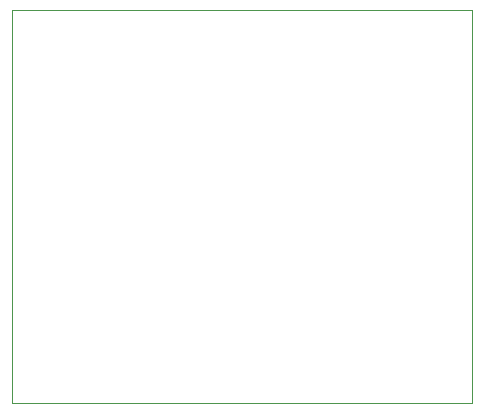
<source format=gbr>
G04 #@! TF.GenerationSoftware,KiCad,Pcbnew,5.1.5+dfsg1-2build2*
G04 #@! TF.CreationDate,2022-07-16T15:57:28-04:00*
G04 #@! TF.ProjectId,coco2_3134_64k_static_ram_board,636f636f-325f-4333-9133-345f36346b5f,rev?*
G04 #@! TF.SameCoordinates,Original*
G04 #@! TF.FileFunction,Profile,NP*
%FSLAX46Y46*%
G04 Gerber Fmt 4.6, Leading zero omitted, Abs format (unit mm)*
G04 Created by KiCad (PCBNEW 5.1.5+dfsg1-2build2) date 2022-07-16 15:57:28*
%MOMM*%
%LPD*%
G04 APERTURE LIST*
%ADD10C,0.050000*%
G04 APERTURE END LIST*
D10*
X100500000Y-114500000D02*
X100500000Y-81200000D01*
X139500000Y-114500000D02*
X100500000Y-114500000D01*
X139500000Y-81200000D02*
X139500000Y-114500000D01*
X100500000Y-81200000D02*
X139500000Y-81200000D01*
M02*

</source>
